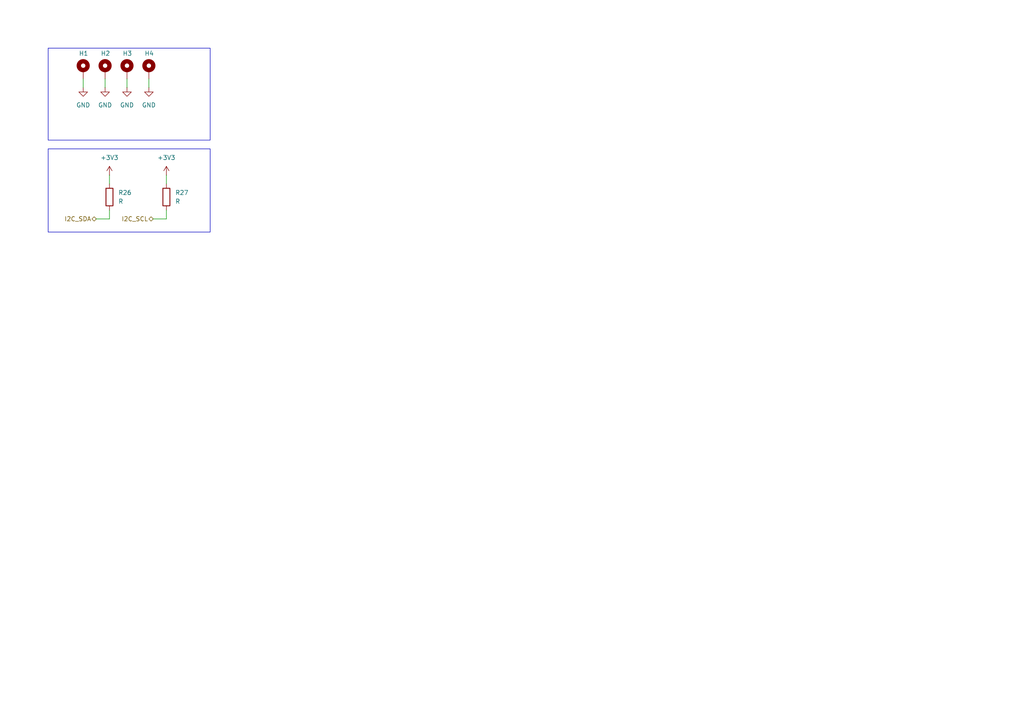
<source format=kicad_sch>
(kicad_sch (version 20231120) (generator "eeschema") (generator_version "8.0")
  (paper "A4")
  (lib_symbols
    (symbol "Device:R" (pin_numbers hide) (pin_names (offset 0))
      (property "Reference" "R" (at 2.032 0 90))
      (property "Value" "R" (at 0 0 90))
      (symbol "R_0_1"
        (rectangle (start -1.016 -2.54) (end 1.016 2.54) (stroke (width 0.254)))
      )
      (symbol "R_1_1"
        (pin passive line (at 0 3.81 270) (length 1.27) (name "~") (number "1"))
        (pin passive line (at 0 -3.81 90) (length 1.27) (name "~") (number "2"))
      )
    )
    (symbol "Mechanical:MountingHole_Pad" (pin_numbers hide) (pin_names (offset 1.016) hide) (exclude_from_sim yes) (in_bom no)
      (property "Reference" "H" (at 0 6.35 0))
      (property "Value" "MountingHole_Pad" (at 0 4.445 0))
      (symbol "MountingHole_Pad_0_1"
        (circle (center 0 1.27) (radius 1.27) (stroke (width 1.27)))
      )
      (symbol "MountingHole_Pad_1_1"
        (pin input line (at 0 -2.54 90) (length 2.54) (name "1") (number "1"))
      )
    )
    (symbol "power:+3V3" (power) (pin_numbers hide) (pin_names (offset 0) hide)
      (property "Value" "+3V3" (at 0 3.556 0))
      (symbol "+3V3_0_1"
        (polyline (pts (xy -0.762 1.27) (xy 0 2.54)))
        (polyline (pts (xy 0 0) (xy 0 2.54)))
        (polyline (pts (xy 0 2.54) (xy 0.762 1.27)))
      )
      (symbol "+3V3_1_1"
        (pin power_in line (at 0 0 90) (length 0) (name "~") (number "1"))
      )
    )
    (symbol "power:GND" (power) (pin_numbers hide) (pin_names (offset 0) hide)
      (property "Value" "GND" (at 0 -3.81 0))
      (symbol "GND_0_1"
        (polyline (pts (xy 0 0) (xy 0 -1.27) (xy 1.27 -1.27) (xy 0 -2.54) (xy -1.27 -1.27) (xy 0 -1.27)))
      )
      (symbol "GND_1_1"
        (pin power_in line (at 0 0 270) (length 0) (name "~") (number "1"))
      )
    )
  )
  (wire (pts (xy 31.75 50.8) (xy 31.75 53.34)))
  (wire (pts (xy 43.18 22.86) (xy 43.18 25.4)))
  (wire (pts (xy 36.83 22.86) (xy 36.83 25.4)))
  (wire (pts (xy 24.13 22.86) (xy 24.13 25.4)))
  (wire (pts (xy 44.45 63.5) (xy 48.26 63.5)))
  (wire (pts (xy 27.94 63.5) (xy 31.75 63.5)))
  (wire (pts (xy 31.75 63.5) (xy 31.75 60.96)))
  (wire (pts (xy 48.26 63.5) (xy 48.26 60.96)))
  (wire (pts (xy 48.26 50.8) (xy 48.26 53.34)))
  (wire (pts (xy 30.48 22.86) (xy 30.48 25.4)))
  (text_box "" (at 13.97 13.97 0) (size 46.99 26.67) (effects (font (size 1.27 1.27)) (justify left top)))
  (text_box "" (at 13.97 43.18 0) (size 46.99 24.13) (effects (font (size 1.27 1.27)) (justify left top)))
  (hierarchical_label "I2C_SDA" (shape bidirectional) (at 27.94 63.5 180))
  (hierarchical_label "I2C_SCL" (shape bidirectional) (at 44.45 63.5 180))
  (symbol (lib_id "Mechanical:MountingHole_Pad") (at 36.83 20.32 0) (unit 1) (exclude_from_sim yes) (in_bom no)
    (property "Reference" "H3" (at 35.56 15.494 0) (effects (justify left)))
    (property "Value" "MountingHole_Pad" (effects (hide yes)))
    (property "Description" "Mounting Hole with connection" (effects (hide yes)))
  )
  (symbol (lib_id "power:+3V3") (at 31.75 50.8 0) (unit 1)
    (property "Reference" "#PWR0130" (effects (hide yes)))
    (property "Value" "+3V3" (at 31.75 45.72 0))
    (property "Description" "Power symbol creates a global label with name \"+3V3\"" (effects (hide yes)))
  )
  (symbol (lib_id "power:+3V3") (at 48.26 50.8 0) (unit 1)
    (property "Reference" "#PWR0131" (effects (hide yes)))
    (property "Value" "+3V3" (at 48.26 45.72 0))
    (property "Description" "Power symbol creates a global label with name \"+3V3\"" (effects (hide yes)))
  )
  (symbol (lib_id "Mechanical:MountingHole_Pad") (at 30.48 20.32 0) (unit 1) (exclude_from_sim yes) (in_bom no)
    (property "Reference" "H2" (at 29.21 15.494 0) (effects (justify left)))
    (property "Value" "MountingHole_Pad" (effects (hide yes)))
    (property "Description" "Mounting Hole with connection" (effects (hide yes)))
  )
  (symbol (lib_id "Mechanical:MountingHole_Pad") (at 43.18 20.32 0) (unit 1) (exclude_from_sim yes) (in_bom no)
    (property "Reference" "H4" (at 41.91 15.494 0) (effects (justify left)))
    (property "Value" "MountingHole_Pad" (effects (hide yes)))
    (property "Description" "Mounting Hole with connection" (effects (hide yes)))
  )
  (symbol (lib_id "Device:R") (at 48.26 57.15 0) (unit 1)
    (property "Reference" "R27" (at 50.8 55.8799 0) (effects (justify left)))
    (property "Value" "R" (at 50.8 58.4199 0) (effects (justify left)))
    (property "Description" "Resistor" (effects (hide yes)))
  )
  (symbol (lib_id "power:GND") (at 30.48 25.4 0) (unit 1)
    (property "Reference" "#PWR090" (effects (hide yes)))
    (property "Value" "GND" (at 30.48 30.48 0))
    (property "Description" "Power symbol creates a global label with name \"GND\" , ground" (effects (hide yes)))
  )
  (symbol (lib_id "Device:R") (at 31.75 57.15 0) (unit 1)
    (property "Reference" "R26" (at 34.29 55.8799 0) (effects (justify left)))
    (property "Value" "R" (at 34.29 58.4199 0) (effects (justify left)))
    (property "Description" "Resistor" (effects (hide yes)))
  )
  (symbol (lib_id "Mechanical:MountingHole_Pad") (at 24.13 20.32 0) (unit 1) (exclude_from_sim yes) (in_bom no)
    (property "Reference" "H1" (at 22.86 15.494 0) (effects (justify left)))
    (property "Value" "MountingHole_Pad" (effects (hide yes)))
    (property "Description" "Mounting Hole with connection" (effects (hide yes)))
  )
  (symbol (lib_id "power:GND") (at 43.18 25.4 0) (unit 1)
    (property "Reference" "#PWR092" (effects (hide yes)))
    (property "Value" "GND" (at 43.18 30.48 0))
    (property "Description" "Power symbol creates a global label with name \"GND\" , ground" (effects (hide yes)))
  )
  (symbol (lib_id "power:GND") (at 24.13 25.4 0) (unit 1)
    (property "Reference" "#PWR089" (effects (hide yes)))
    (property "Value" "GND" (at 24.13 30.48 0))
    (property "Description" "Power symbol creates a global label with name \"GND\" , ground" (effects (hide yes)))
  )
  (symbol (lib_id "power:GND") (at 36.83 25.4 0) (unit 1)
    (property "Reference" "#PWR091" (effects (hide yes)))
    (property "Value" "GND" (at 36.83 30.48 0))
    (property "Description" "Power symbol creates a global label with name \"GND\" , ground" (effects (hide yes)))
  )
)
</source>
